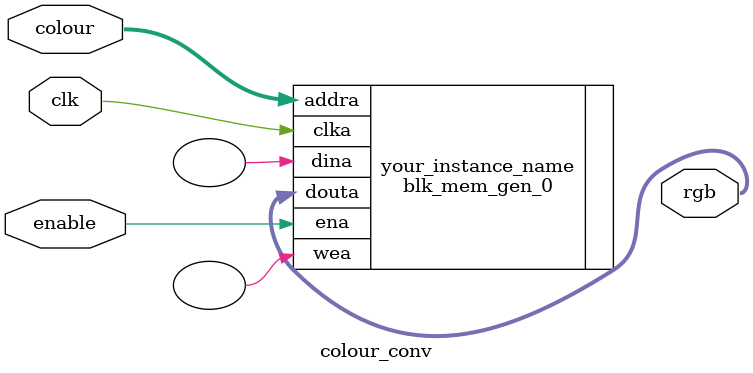
<source format=v>
`timescale 1ns / 100ps


module colour_conv(clk,colour,enable,rgb);
	input clk;
	input [2:0] colour;
	input enable;
	
	output wire [23:0]rgb ;
	
	
	blk_mem_gen_0 your_instance_name (       //IPA NOT WORKING
  .clka(clk),    // input wire clka
  .ena(enable),      // input wire ena
  .wea(),      // input wire [0 : 0] wea
  .addra(colour),  // input wire [2 : 0] addra
  .dina(),    // input wire [23 : 0] dina
  .douta(rgb)  // output wire [23 : 0] douta
);



endmodule

</source>
